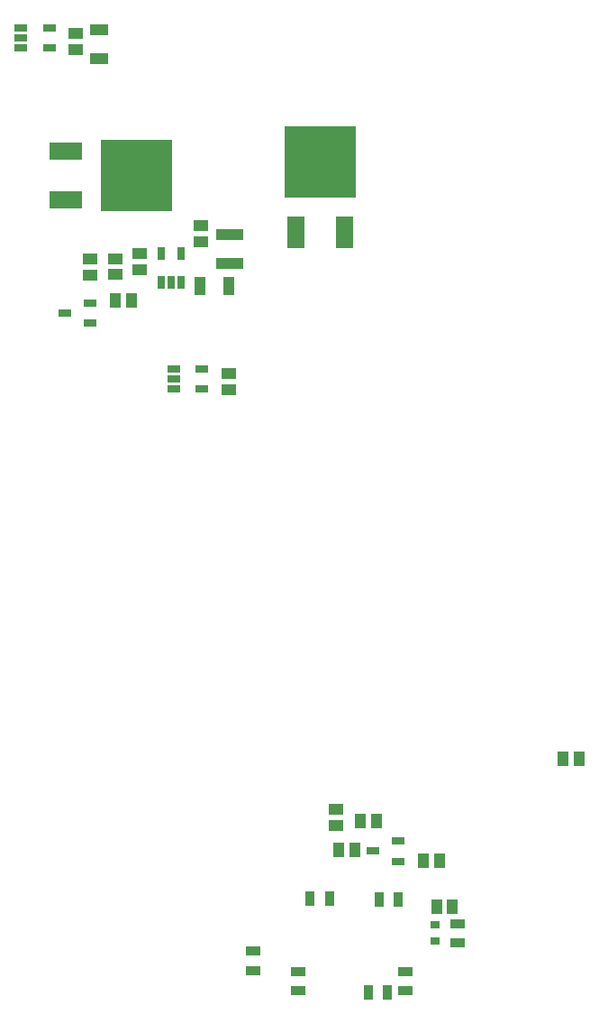
<source format=gbp>
G04 Layer_Color=128*
%FSLAX25Y25*%
%MOIN*%
G70*
G01*
G75*
%ADD16R,0.02559X0.04724*%
%ADD17R,0.04331X0.05512*%
%ADD20R,0.03543X0.05512*%
%ADD22R,0.05512X0.04331*%
%ADD23R,0.03740X0.03150*%
%ADD33R,0.06693X0.04331*%
%ADD34R,0.05512X0.03543*%
%ADD35R,0.10236X0.04331*%
%ADD40R,0.04724X0.02559*%
%ADD41R,0.04331X0.06693*%
%ADD84R,0.05118X0.03150*%
%ADD85R,0.06299X0.11811*%
%ADD86R,0.26378X0.26378*%
%ADD87R,0.26378X0.26378*%
%ADD88R,0.11811X0.06299*%
G36*
X172432Y311221D02*
X146054D01*
Y337598D01*
X172432D01*
Y311221D01*
D02*
G37*
G36*
X239528Y297441D02*
X233228D01*
Y309252D01*
X239528D01*
Y297441D01*
D02*
G37*
G36*
X221417D02*
X215118D01*
Y309252D01*
X221417D01*
Y297441D01*
D02*
G37*
G36*
X138967Y330315D02*
X127156D01*
Y336614D01*
X138967D01*
Y330315D01*
D02*
G37*
G36*
X240512Y316339D02*
X214134D01*
Y342717D01*
X240512D01*
Y316339D01*
D02*
G37*
G36*
X138967Y312205D02*
X127156D01*
Y318504D01*
X138967D01*
Y312205D01*
D02*
G37*
D16*
X175903Y295701D02*
D03*
X168422D02*
D03*
X175903Y285071D02*
D03*
X168422D02*
D03*
X172163D02*
D03*
D17*
X157480Y278346D02*
D03*
X151575D02*
D03*
X242205Y86024D02*
D03*
X248110D02*
D03*
X271339Y71378D02*
D03*
X265433D02*
D03*
X317126Y108760D02*
D03*
X323031D02*
D03*
X276251Y54350D02*
D03*
X270346D02*
D03*
X234095Y75394D02*
D03*
X240000D02*
D03*
D20*
X252126Y22677D02*
D03*
X245039D02*
D03*
X223624Y57178D02*
D03*
X230711D02*
D03*
X249136Y57060D02*
D03*
X256222D02*
D03*
D22*
X193602Y245177D02*
D03*
Y251083D02*
D03*
X160486Y289714D02*
D03*
Y295619D02*
D03*
X142008Y287598D02*
D03*
Y293504D02*
D03*
X151530Y287753D02*
D03*
Y293658D02*
D03*
X233268Y90236D02*
D03*
Y84331D02*
D03*
X183090Y305780D02*
D03*
Y299874D02*
D03*
X136713Y376772D02*
D03*
Y370866D02*
D03*
D23*
X269644Y47636D02*
D03*
Y41612D02*
D03*
D33*
X145621Y367514D02*
D03*
Y378144D02*
D03*
D34*
X202559Y37795D02*
D03*
Y30709D02*
D03*
X258899Y23241D02*
D03*
Y30328D02*
D03*
X219057Y23241D02*
D03*
Y30328D02*
D03*
X277974Y40790D02*
D03*
Y47877D02*
D03*
D35*
X193690Y302502D02*
D03*
Y291872D02*
D03*
D40*
X183603Y252929D02*
D03*
Y245448D02*
D03*
X172973Y252929D02*
D03*
Y249188D02*
D03*
Y245448D02*
D03*
X127067Y379035D02*
D03*
Y371555D02*
D03*
X116437Y379035D02*
D03*
Y375295D02*
D03*
Y371555D02*
D03*
D41*
X193307Y283465D02*
D03*
X182677D02*
D03*
D84*
X256181Y78504D02*
D03*
Y71024D02*
D03*
X246732Y74764D02*
D03*
X142225Y277303D02*
D03*
Y269822D02*
D03*
X132776Y273563D02*
D03*
D85*
X218268Y303346D02*
D03*
X236378D02*
D03*
D86*
X227323Y329528D02*
D03*
D87*
X159243Y324410D02*
D03*
D88*
X133062Y333465D02*
D03*
Y315354D02*
D03*
M02*

</source>
